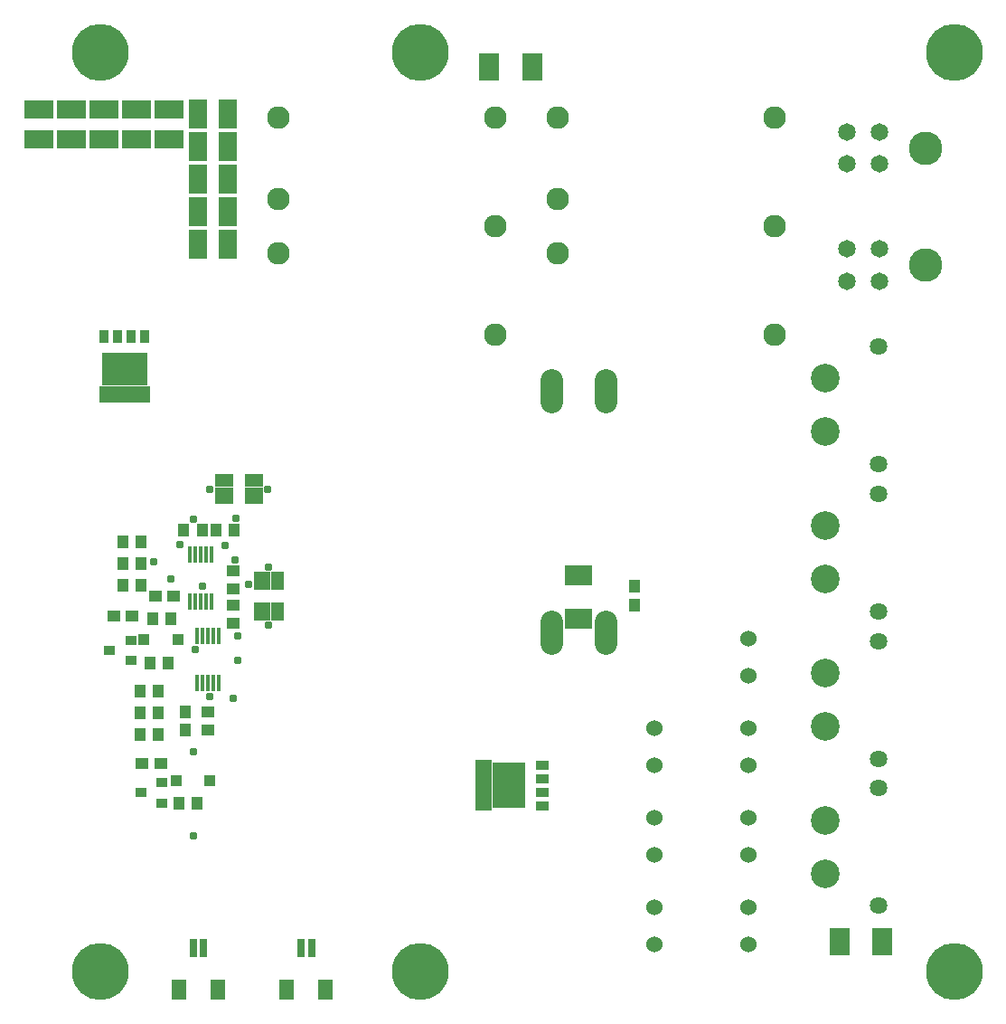
<source format=gbr>
G04 EAGLE Gerber RS-274X export*
G75*
%MOMM*%
%FSLAX34Y34*%
%LPD*%
%INSoldermask Top*%
%IPPOS*%
%AMOC8*
5,1,8,0,0,1.08239X$1,22.5*%
G01*
%ADD10C,3.527000*%
%ADD11C,2.677000*%
%ADD12C,1.627000*%
%ADD13C,2.127000*%
%ADD14C,3.127000*%
%ADD15C,1.651000*%
%ADD16C,2.127000*%
%ADD17R,1.727000X2.827000*%
%ADD18R,2.827000X1.727000*%
%ADD19C,1.527000*%
%ADD20R,0.427000X1.577000*%
%ADD21R,2.527000X1.927000*%
%ADD22R,1.127000X1.227000*%
%ADD23R,1.927000X2.527000*%
%ADD24R,1.227000X1.127000*%
%ADD25R,1.027000X0.927000*%
%ADD26R,1.300000X0.850000*%
%ADD27R,1.650000X4.850000*%
%ADD28R,3.100000X4.350000*%
%ADD29R,0.850000X1.300000*%
%ADD30R,4.850000X1.650000*%
%ADD31R,4.350000X3.100000*%
%ADD32R,1.027000X1.077000*%
%ADD33R,1.727000X0.355600*%
%ADD34R,1.727000X1.227000*%
%ADD35R,0.355600X1.727000*%
%ADD36R,1.227000X1.727000*%
%ADD37C,5.327000*%
%ADD38R,0.727000X1.677000*%
%ADD39R,1.327000X1.927000*%
%ADD40C,0.781800*%


D10*
X390000Y890000D03*
X90000Y890000D03*
X90000Y30000D03*
X390000Y30000D03*
X890000Y30000D03*
X890000Y890000D03*
D11*
X769400Y584800D03*
X769400Y534800D03*
D12*
X819400Y504800D03*
X819400Y614800D03*
D11*
X769400Y446900D03*
X769400Y396900D03*
D12*
X819400Y366900D03*
X819400Y476900D03*
D11*
X769400Y309000D03*
X769400Y259000D03*
D12*
X819400Y229000D03*
X819400Y339000D03*
D11*
X769400Y171100D03*
X769400Y121100D03*
D12*
X819400Y91100D03*
X819400Y201100D03*
D13*
X513070Y563000D02*
X513070Y583000D01*
X563870Y583000D02*
X563870Y563000D01*
X563870Y357000D02*
X563870Y337000D01*
X513070Y337000D02*
X513070Y357000D01*
D14*
X862900Y800500D03*
D15*
X819720Y785500D03*
X819700Y815500D03*
X789700Y815500D03*
X789700Y785500D03*
D14*
X862900Y690800D03*
D15*
X819720Y675800D03*
X819700Y705800D03*
X789700Y705800D03*
X789700Y675800D03*
D16*
X518400Y702100D03*
X518400Y752900D03*
X721600Y625900D03*
X721600Y727500D03*
X721600Y829100D03*
X518400Y829100D03*
X257100Y702100D03*
X257100Y752900D03*
X460300Y625900D03*
X460300Y727500D03*
X460300Y829100D03*
X257100Y829100D03*
D17*
X181900Y771400D03*
X209900Y771400D03*
X181900Y801800D03*
X209900Y801800D03*
X181900Y832200D03*
X209900Y832200D03*
D18*
X32800Y808900D03*
X32800Y836900D03*
D17*
X181900Y710600D03*
X209900Y710600D03*
X181900Y741000D03*
X209900Y741000D03*
D18*
X124000Y808900D03*
X124000Y836900D03*
X93600Y808900D03*
X93600Y836900D03*
X63200Y808900D03*
X63200Y836900D03*
X154400Y808900D03*
X154400Y836900D03*
D19*
X696980Y341090D03*
X696980Y306090D03*
X696980Y257430D03*
X696980Y222430D03*
X608980Y90120D03*
X608980Y55120D03*
X608980Y173775D03*
X608980Y138775D03*
X608980Y257430D03*
X608980Y222430D03*
X696980Y90120D03*
X696980Y55120D03*
X696980Y173770D03*
X696980Y138770D03*
D20*
X201000Y343900D03*
X196000Y343900D03*
X191000Y343900D03*
X186000Y343900D03*
X181000Y343900D03*
X181000Y299900D03*
X186000Y299900D03*
X191000Y299900D03*
X196000Y299900D03*
X201000Y299900D03*
D21*
X538470Y400700D03*
X538470Y360200D03*
D22*
X590300Y389950D03*
X590300Y372950D03*
X127600Y292000D03*
X144600Y292000D03*
X144600Y271670D03*
X127600Y271670D03*
X127600Y251330D03*
X144600Y251330D03*
D23*
X782350Y57500D03*
X822850Y57500D03*
D24*
X191000Y272600D03*
X191000Y255600D03*
D22*
X180600Y187000D03*
X163600Y187000D03*
D25*
X128000Y197000D03*
X148000Y206500D03*
X148000Y187500D03*
D26*
X504250Y184950D03*
X504250Y197650D03*
X504250Y210350D03*
X504250Y223050D03*
D27*
X449500Y204000D03*
D28*
X473250Y204000D03*
D20*
X194000Y420000D03*
X189000Y420000D03*
X184000Y420000D03*
X179000Y420000D03*
X174000Y420000D03*
X174000Y376000D03*
X179000Y376000D03*
X184000Y376000D03*
X189000Y376000D03*
X194000Y376000D03*
D22*
X111500Y391000D03*
X128500Y391000D03*
X111500Y411500D03*
X128500Y411500D03*
X128500Y432000D03*
X111500Y432000D03*
D23*
X454300Y876410D03*
X494800Y876410D03*
D22*
X156500Y360000D03*
X139500Y360000D03*
X153500Y318000D03*
X136500Y318000D03*
D25*
X99000Y330000D03*
X119000Y339500D03*
X119000Y320500D03*
D29*
X132050Y624250D03*
X119350Y624250D03*
X106650Y624250D03*
X93950Y624250D03*
D30*
X113000Y569500D03*
D31*
X113000Y593250D03*
D32*
X192750Y208000D03*
X161250Y208000D03*
X162750Y340000D03*
X131250Y340000D03*
D22*
X198500Y443000D03*
X215500Y443000D03*
X168500Y443000D03*
X185500Y443000D03*
D24*
X215000Y355500D03*
X215000Y372500D03*
X215000Y404500D03*
X215000Y387500D03*
D33*
X206000Y481000D03*
D34*
X234000Y473000D03*
X234000Y489000D03*
X206000Y473000D03*
X206000Y489000D03*
D33*
X234000Y481000D03*
D35*
X248000Y367000D03*
D36*
X256000Y395000D03*
X240000Y395000D03*
X256000Y367000D03*
X240000Y367000D03*
D35*
X248000Y395000D03*
D37*
X90000Y890000D03*
X890000Y890000D03*
X390000Y890000D03*
X890000Y30000D03*
X390000Y30000D03*
X90000Y30000D03*
D24*
X158500Y381000D03*
X141500Y381000D03*
D22*
X170000Y272500D03*
X170000Y255500D03*
D24*
X119500Y362000D03*
X102500Y362000D03*
X146500Y224000D03*
X129500Y224000D03*
D38*
X177000Y52000D03*
X187000Y52000D03*
D39*
X200000Y13000D03*
X164000Y13000D03*
D38*
X278000Y52000D03*
X288000Y52000D03*
D39*
X301000Y13000D03*
X265000Y13000D03*
D40*
X219000Y321000D03*
X229000Y392000D03*
X177000Y235000D03*
X179000Y331000D03*
X177000Y157000D03*
X165000Y429000D03*
X192964Y287000D03*
X215000Y285000D03*
X186000Y390000D03*
X207000Y428000D03*
X156000Y397000D03*
X140000Y413000D03*
X193000Y481000D03*
X177000Y453000D03*
X247000Y481000D03*
X217000Y454000D03*
X219000Y344000D03*
X248000Y354000D03*
X248000Y408000D03*
X216000Y415000D03*
M02*

</source>
